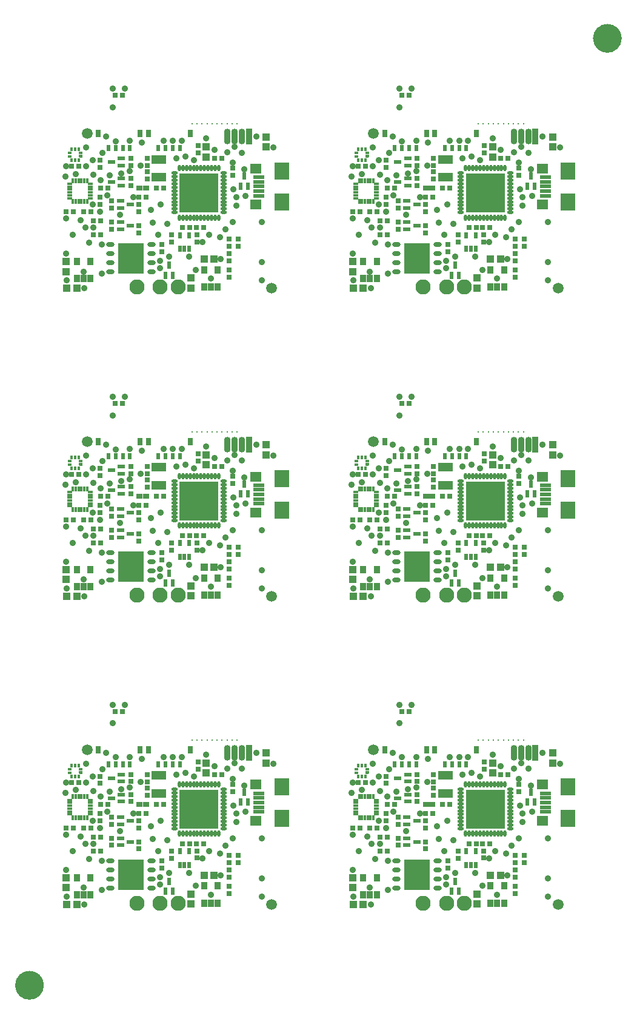
<source format=gts>
G04 Layer_Color=8388736*
%FSLAX25Y25*%
%MOIN*%
G70*
G01*
G75*
%ADD71C,0.07874*%
G04:AMPARAMS|DCode=72|XSize=5.55mil|YSize=5.63mil|CornerRadius=0mil|HoleSize=0mil|Usage=FLASHONLY|Rotation=315.000|XOffset=0mil|YOffset=0mil|HoleType=Round|Shape=Rectangle|*
%AMROTATEDRECTD72*
4,1,4,-0.00395,-0.00003,0.00003,0.00395,0.00395,0.00003,-0.00003,-0.00395,-0.00395,-0.00003,0.0*
%
%ADD72ROTATEDRECTD72*%

%ADD73C,0.08674*%
%ADD74O,0.03556X0.01784*%
%ADD75O,0.01784X0.03556*%
%ADD76R,0.21666X0.21666*%
%ADD77R,0.03162X0.03162*%
%ADD78R,0.03950X0.02375*%
%ADD79R,0.01981X0.03359*%
%ADD80R,0.02965X0.03950*%
%ADD81R,0.03162X0.03162*%
%ADD82R,0.03950X0.04343*%
%ADD83R,0.03359X0.04343*%
%ADD84R,0.04343X0.03950*%
%ADD85R,0.08280X0.09265*%
%ADD86R,0.05918X0.05524*%
%ADD87R,0.06115X0.02375*%
%ADD88C,0.05906*%
%ADD89O,0.01587X0.02769*%
%ADD90R,0.01587X0.02769*%
%ADD91O,0.02769X0.01587*%
%ADD92R,0.02769X0.01587*%
%ADD93R,0.01772X0.01870*%
%ADD94R,0.01870X0.01772*%
%ADD95R,0.01870X0.01378*%
%ADD96R,0.01476X0.01575*%
%ADD97R,0.02769X0.03064*%
%ADD98R,0.03064X0.02769*%
%ADD99R,0.08280X0.05131*%
%ADD100R,0.14186X0.16548*%
%ADD101O,0.04540X0.02572*%
%ADD102R,0.02375X0.03359*%
%ADD103R,0.02375X0.03950*%
%ADD104R,0.03556X0.03162*%
%ADD105O,0.03556X0.08674*%
%ADD106R,0.03556X0.08674*%
%ADD107C,0.00800*%
%ADD108C,0.08280*%
%ADD109C,0.03556*%
%ADD110C,0.03398*%
D71*
X23622Y19685D02*
G03*
X23622Y19685I-3937J0D01*
G01*
X341437Y540000D02*
G03*
X341437Y540000I-3937J0D01*
G01*
D72*
X47392Y136065D02*
D03*
X204872D02*
D03*
X47392Y305356D02*
D03*
X204872D02*
D03*
X47392Y474648D02*
D03*
X204872D02*
D03*
D73*
X19685Y19685D02*
D03*
X337500Y540000D02*
D03*
D74*
X99350Y127382D02*
D03*
Y125413D02*
D03*
Y123445D02*
D03*
Y121476D02*
D03*
Y119508D02*
D03*
Y117539D02*
D03*
Y115571D02*
D03*
Y113602D02*
D03*
Y111634D02*
D03*
Y109665D02*
D03*
Y107697D02*
D03*
Y105728D02*
D03*
X126516D02*
D03*
Y107697D02*
D03*
Y109665D02*
D03*
Y111634D02*
D03*
Y113602D02*
D03*
Y115571D02*
D03*
Y117539D02*
D03*
Y119508D02*
D03*
Y121476D02*
D03*
Y123445D02*
D03*
Y125413D02*
D03*
Y127382D02*
D03*
X256831D02*
D03*
Y125413D02*
D03*
Y123445D02*
D03*
Y121476D02*
D03*
Y119508D02*
D03*
Y117539D02*
D03*
Y115571D02*
D03*
Y113602D02*
D03*
Y111634D02*
D03*
Y109665D02*
D03*
Y107697D02*
D03*
Y105728D02*
D03*
X283996D02*
D03*
Y107697D02*
D03*
Y109665D02*
D03*
Y111634D02*
D03*
Y113602D02*
D03*
Y115571D02*
D03*
Y117539D02*
D03*
Y119508D02*
D03*
Y121476D02*
D03*
Y123445D02*
D03*
Y125413D02*
D03*
Y127382D02*
D03*
X99350Y296673D02*
D03*
Y294705D02*
D03*
Y292736D02*
D03*
Y290768D02*
D03*
Y288799D02*
D03*
Y286831D02*
D03*
Y284862D02*
D03*
Y282894D02*
D03*
Y280925D02*
D03*
Y278957D02*
D03*
Y276988D02*
D03*
Y275020D02*
D03*
X126516D02*
D03*
Y276988D02*
D03*
Y278957D02*
D03*
Y280925D02*
D03*
Y282894D02*
D03*
Y284862D02*
D03*
Y286831D02*
D03*
Y288799D02*
D03*
Y290768D02*
D03*
Y292736D02*
D03*
Y294705D02*
D03*
Y296673D02*
D03*
X256831D02*
D03*
Y294705D02*
D03*
Y292736D02*
D03*
Y290768D02*
D03*
Y288799D02*
D03*
Y286831D02*
D03*
Y284862D02*
D03*
Y282894D02*
D03*
Y280925D02*
D03*
Y278957D02*
D03*
Y276988D02*
D03*
Y275020D02*
D03*
X283996D02*
D03*
Y276988D02*
D03*
Y278957D02*
D03*
Y280925D02*
D03*
Y282894D02*
D03*
Y284862D02*
D03*
Y286831D02*
D03*
Y288799D02*
D03*
Y290768D02*
D03*
Y292736D02*
D03*
Y294705D02*
D03*
Y296673D02*
D03*
X99350Y465965D02*
D03*
Y463996D02*
D03*
Y462028D02*
D03*
Y460059D02*
D03*
Y458091D02*
D03*
Y456122D02*
D03*
Y454153D02*
D03*
Y452185D02*
D03*
Y450216D02*
D03*
Y448248D02*
D03*
Y446279D02*
D03*
Y444311D02*
D03*
X126516D02*
D03*
Y446279D02*
D03*
Y448248D02*
D03*
Y450216D02*
D03*
Y452185D02*
D03*
Y454153D02*
D03*
Y456122D02*
D03*
Y458091D02*
D03*
Y460059D02*
D03*
Y462028D02*
D03*
Y463996D02*
D03*
Y465965D02*
D03*
X256831D02*
D03*
Y463996D02*
D03*
Y462028D02*
D03*
Y460059D02*
D03*
Y458091D02*
D03*
Y456122D02*
D03*
Y454153D02*
D03*
Y452185D02*
D03*
Y450216D02*
D03*
Y448248D02*
D03*
Y446279D02*
D03*
Y444311D02*
D03*
X283996D02*
D03*
Y446279D02*
D03*
Y448248D02*
D03*
Y450216D02*
D03*
Y452185D02*
D03*
Y454153D02*
D03*
Y456122D02*
D03*
Y458091D02*
D03*
Y460059D02*
D03*
Y462028D02*
D03*
Y463996D02*
D03*
Y465965D02*
D03*
D75*
X102106Y102972D02*
D03*
X104075D02*
D03*
X106043D02*
D03*
X108012D02*
D03*
X109980D02*
D03*
X111949D02*
D03*
X113917D02*
D03*
X115886D02*
D03*
X117854D02*
D03*
X119823D02*
D03*
X121791D02*
D03*
X123760D02*
D03*
Y130138D02*
D03*
X121791D02*
D03*
X119823D02*
D03*
X117854D02*
D03*
X115886D02*
D03*
X113917D02*
D03*
X111949D02*
D03*
X109980D02*
D03*
X108012D02*
D03*
X106043D02*
D03*
X104075D02*
D03*
X102106D02*
D03*
X259587Y102972D02*
D03*
X261555D02*
D03*
X263524D02*
D03*
X265492D02*
D03*
X267461D02*
D03*
X269429D02*
D03*
X271398D02*
D03*
X273366D02*
D03*
X275335D02*
D03*
X277303D02*
D03*
X279272D02*
D03*
X281240D02*
D03*
Y130138D02*
D03*
X279272D02*
D03*
X277303D02*
D03*
X275335D02*
D03*
X273366D02*
D03*
X271398D02*
D03*
X269429D02*
D03*
X267461D02*
D03*
X265492D02*
D03*
X263524D02*
D03*
X261555D02*
D03*
X259587D02*
D03*
X102106Y272264D02*
D03*
X104075D02*
D03*
X106043D02*
D03*
X108012D02*
D03*
X109980D02*
D03*
X111949D02*
D03*
X113917D02*
D03*
X115886D02*
D03*
X117854D02*
D03*
X119823D02*
D03*
X121791D02*
D03*
X123760D02*
D03*
Y299429D02*
D03*
X121791D02*
D03*
X119823D02*
D03*
X117854D02*
D03*
X115886D02*
D03*
X113917D02*
D03*
X111949D02*
D03*
X109980D02*
D03*
X108012D02*
D03*
X106043D02*
D03*
X104075D02*
D03*
X102106D02*
D03*
X259587Y272264D02*
D03*
X261555D02*
D03*
X263524D02*
D03*
X265492D02*
D03*
X267461D02*
D03*
X269429D02*
D03*
X271398D02*
D03*
X273366D02*
D03*
X275335D02*
D03*
X277303D02*
D03*
X279272D02*
D03*
X281240D02*
D03*
Y299429D02*
D03*
X279272D02*
D03*
X277303D02*
D03*
X275335D02*
D03*
X273366D02*
D03*
X271398D02*
D03*
X269429D02*
D03*
X267461D02*
D03*
X265492D02*
D03*
X263524D02*
D03*
X261555D02*
D03*
X259587D02*
D03*
X102106Y441555D02*
D03*
X104075D02*
D03*
X106043D02*
D03*
X108012D02*
D03*
X109980D02*
D03*
X111949D02*
D03*
X113917D02*
D03*
X115886D02*
D03*
X117854D02*
D03*
X119823D02*
D03*
X121791D02*
D03*
X123760D02*
D03*
Y468720D02*
D03*
X121791D02*
D03*
X119823D02*
D03*
X117854D02*
D03*
X115886D02*
D03*
X113917D02*
D03*
X111949D02*
D03*
X109980D02*
D03*
X108012D02*
D03*
X106043D02*
D03*
X104075D02*
D03*
X102106D02*
D03*
X259587Y441555D02*
D03*
X261555D02*
D03*
X263524D02*
D03*
X265492D02*
D03*
X267461D02*
D03*
X269429D02*
D03*
X271398D02*
D03*
X273366D02*
D03*
X275335D02*
D03*
X277303D02*
D03*
X279272D02*
D03*
X281240D02*
D03*
Y468720D02*
D03*
X279272D02*
D03*
X277303D02*
D03*
X275335D02*
D03*
X273366D02*
D03*
X271398D02*
D03*
X269429D02*
D03*
X267461D02*
D03*
X265492D02*
D03*
X263524D02*
D03*
X261555D02*
D03*
X259587D02*
D03*
D76*
X112933Y116555D02*
D03*
X270413D02*
D03*
X112933Y285846D02*
D03*
X270413D02*
D03*
X112933Y455138D02*
D03*
X270413D02*
D03*
D77*
X79933Y110024D02*
D03*
Y106087D02*
D03*
Y94587D02*
D03*
Y98524D02*
D03*
X64933Y112024D02*
D03*
Y108087D02*
D03*
Y100524D02*
D03*
Y96587D02*
D03*
X129433Y87087D02*
D03*
Y91024D02*
D03*
X75433Y120587D02*
D03*
Y124524D02*
D03*
Y131587D02*
D03*
Y135524D02*
D03*
X58433Y130587D02*
D03*
Y134524D02*
D03*
X111933Y93524D02*
D03*
Y89587D02*
D03*
X129433Y70087D02*
D03*
Y74024D02*
D03*
Y83024D02*
D03*
Y79087D02*
D03*
X134433Y91024D02*
D03*
Y87087D02*
D03*
X237413Y110024D02*
D03*
Y106087D02*
D03*
Y94587D02*
D03*
Y98524D02*
D03*
X222413Y112024D02*
D03*
Y108087D02*
D03*
Y100524D02*
D03*
Y96587D02*
D03*
X286913Y87087D02*
D03*
Y91024D02*
D03*
X232913Y120587D02*
D03*
Y124524D02*
D03*
Y131587D02*
D03*
Y135524D02*
D03*
X215913Y130587D02*
D03*
Y134524D02*
D03*
X269413Y93524D02*
D03*
Y89587D02*
D03*
X286913Y70087D02*
D03*
Y74024D02*
D03*
Y83024D02*
D03*
Y79087D02*
D03*
X291913Y91024D02*
D03*
Y87087D02*
D03*
X79933Y279315D02*
D03*
Y275378D02*
D03*
Y263878D02*
D03*
Y267815D02*
D03*
X64933Y281315D02*
D03*
Y277378D02*
D03*
Y269815D02*
D03*
Y265878D02*
D03*
X129433Y256378D02*
D03*
Y260315D02*
D03*
X75433Y289878D02*
D03*
Y293815D02*
D03*
Y300878D02*
D03*
Y304815D02*
D03*
X58433Y299878D02*
D03*
Y303815D02*
D03*
X111933Y262815D02*
D03*
Y258878D02*
D03*
X129433Y239378D02*
D03*
Y243315D02*
D03*
Y252315D02*
D03*
Y248378D02*
D03*
X134433Y260315D02*
D03*
Y256378D02*
D03*
X237413Y279315D02*
D03*
Y275378D02*
D03*
Y263878D02*
D03*
Y267815D02*
D03*
X222413Y281315D02*
D03*
Y277378D02*
D03*
Y269815D02*
D03*
Y265878D02*
D03*
X286913Y256378D02*
D03*
Y260315D02*
D03*
X232913Y289878D02*
D03*
Y293815D02*
D03*
Y300878D02*
D03*
Y304815D02*
D03*
X215913Y299878D02*
D03*
Y303815D02*
D03*
X269413Y262815D02*
D03*
Y258878D02*
D03*
X286913Y239378D02*
D03*
Y243315D02*
D03*
Y252315D02*
D03*
Y248378D02*
D03*
X291913Y260315D02*
D03*
Y256378D02*
D03*
X79933Y448606D02*
D03*
Y444669D02*
D03*
Y433169D02*
D03*
Y437106D02*
D03*
X64933Y450606D02*
D03*
Y446669D02*
D03*
Y439106D02*
D03*
Y435169D02*
D03*
X129433Y425669D02*
D03*
Y429606D02*
D03*
X75433Y459169D02*
D03*
Y463106D02*
D03*
Y470169D02*
D03*
Y474106D02*
D03*
X58433Y469169D02*
D03*
Y473106D02*
D03*
X111933Y432106D02*
D03*
Y428169D02*
D03*
X129433Y408669D02*
D03*
Y412606D02*
D03*
Y421606D02*
D03*
Y417669D02*
D03*
X134433Y429606D02*
D03*
Y425669D02*
D03*
X237413Y448606D02*
D03*
Y444669D02*
D03*
Y433169D02*
D03*
Y437106D02*
D03*
X222413Y450606D02*
D03*
Y446669D02*
D03*
Y439106D02*
D03*
Y435169D02*
D03*
X286913Y425669D02*
D03*
Y429606D02*
D03*
X232913Y459169D02*
D03*
Y463106D02*
D03*
Y470169D02*
D03*
Y474106D02*
D03*
X215913Y469169D02*
D03*
Y473106D02*
D03*
X269413Y432106D02*
D03*
Y428169D02*
D03*
X286913Y408669D02*
D03*
Y412606D02*
D03*
Y421606D02*
D03*
Y417669D02*
D03*
X291913Y429606D02*
D03*
Y425669D02*
D03*
D78*
X69677Y112024D02*
D03*
Y108087D02*
D03*
X75189Y110055D02*
D03*
X69677Y100524D02*
D03*
Y96587D02*
D03*
X75189Y98555D02*
D03*
X70189Y120587D02*
D03*
Y124524D02*
D03*
X64677Y122555D02*
D03*
X70189Y131587D02*
D03*
Y135524D02*
D03*
X64677Y133555D02*
D03*
X227157Y112024D02*
D03*
Y108087D02*
D03*
X232669Y110055D02*
D03*
X227157Y100524D02*
D03*
Y96587D02*
D03*
X232669Y98555D02*
D03*
X227669Y120587D02*
D03*
Y124524D02*
D03*
X222158Y122555D02*
D03*
X227669Y131587D02*
D03*
Y135524D02*
D03*
X222158Y133555D02*
D03*
X69677Y281315D02*
D03*
Y277378D02*
D03*
X75189Y279346D02*
D03*
X69677Y269815D02*
D03*
Y265878D02*
D03*
X75189Y267846D02*
D03*
X70189Y289878D02*
D03*
Y293815D02*
D03*
X64677Y291846D02*
D03*
X70189Y300878D02*
D03*
Y304815D02*
D03*
X64677Y302847D02*
D03*
X227157Y281315D02*
D03*
Y277378D02*
D03*
X232669Y279346D02*
D03*
X227157Y269815D02*
D03*
Y265878D02*
D03*
X232669Y267846D02*
D03*
X227669Y289878D02*
D03*
Y293815D02*
D03*
X222158Y291846D02*
D03*
X227669Y300878D02*
D03*
Y304815D02*
D03*
X222158Y302847D02*
D03*
X69677Y450606D02*
D03*
Y446669D02*
D03*
X75189Y448638D02*
D03*
X69677Y439106D02*
D03*
Y435169D02*
D03*
X75189Y437138D02*
D03*
X70189Y459169D02*
D03*
Y463106D02*
D03*
X64677Y461138D02*
D03*
X70189Y470169D02*
D03*
Y474106D02*
D03*
X64677Y472138D02*
D03*
X227157Y450606D02*
D03*
Y446669D02*
D03*
X232669Y448638D02*
D03*
X227157Y439106D02*
D03*
Y435169D02*
D03*
X232669Y437138D02*
D03*
X227669Y459169D02*
D03*
Y463106D02*
D03*
X222158Y461138D02*
D03*
X227669Y470169D02*
D03*
Y474106D02*
D03*
X222158Y472138D02*
D03*
D79*
X90622Y141055D02*
D03*
X94559D02*
D03*
X98496D02*
D03*
X102433D02*
D03*
X63122D02*
D03*
X67059D02*
D03*
X70996D02*
D03*
X74933D02*
D03*
X248102D02*
D03*
X252039D02*
D03*
X255976D02*
D03*
X259913D02*
D03*
X220602D02*
D03*
X224539D02*
D03*
X228476D02*
D03*
X232413D02*
D03*
X90622Y310347D02*
D03*
X94559D02*
D03*
X98496D02*
D03*
X102433D02*
D03*
X63122D02*
D03*
X67059D02*
D03*
X70996D02*
D03*
X74933D02*
D03*
X248102D02*
D03*
X252039D02*
D03*
X255976D02*
D03*
X259913D02*
D03*
X220602D02*
D03*
X224539D02*
D03*
X228476D02*
D03*
X232413D02*
D03*
X90622Y479638D02*
D03*
X94559D02*
D03*
X98496D02*
D03*
X102433D02*
D03*
X63122D02*
D03*
X67059D02*
D03*
X70996D02*
D03*
X74933D02*
D03*
X248102D02*
D03*
X252039D02*
D03*
X255976D02*
D03*
X259913D02*
D03*
X220602D02*
D03*
X224539D02*
D03*
X228476D02*
D03*
X232413D02*
D03*
D80*
X108043Y149224D02*
D03*
X85012D02*
D03*
X80543D02*
D03*
X57512D02*
D03*
X265524D02*
D03*
X242492D02*
D03*
X238024D02*
D03*
X214992D02*
D03*
X108043Y318516D02*
D03*
X85012D02*
D03*
X80543D02*
D03*
X57512D02*
D03*
X265524D02*
D03*
X242492D02*
D03*
X238024D02*
D03*
X214992D02*
D03*
X108043Y487807D02*
D03*
X85012D02*
D03*
X80543D02*
D03*
X57512D02*
D03*
X265524D02*
D03*
X242492D02*
D03*
X238024D02*
D03*
X214992D02*
D03*
D81*
X79965Y114055D02*
D03*
X83902D02*
D03*
X58965Y119055D02*
D03*
X62902D02*
D03*
X125402Y135555D02*
D03*
X121465D02*
D03*
X103965Y97555D02*
D03*
X107902D02*
D03*
X54965Y93555D02*
D03*
X58902D02*
D03*
X54965Y101055D02*
D03*
X58902D02*
D03*
X237445Y114055D02*
D03*
X241382D02*
D03*
X216445Y119055D02*
D03*
X220382D02*
D03*
X282882Y135555D02*
D03*
X278945D02*
D03*
X261445Y97555D02*
D03*
X265382D02*
D03*
X212445Y93555D02*
D03*
X216382D02*
D03*
X212445Y101055D02*
D03*
X216382D02*
D03*
X79965Y283347D02*
D03*
X83902D02*
D03*
X58965Y288347D02*
D03*
X62902D02*
D03*
X125402Y304847D02*
D03*
X121465D02*
D03*
X103965Y266846D02*
D03*
X107902D02*
D03*
X54965Y262846D02*
D03*
X58902D02*
D03*
X54965Y270346D02*
D03*
X58902D02*
D03*
X237445Y283347D02*
D03*
X241382D02*
D03*
X216445Y288347D02*
D03*
X220382D02*
D03*
X282882Y304847D02*
D03*
X278945D02*
D03*
X261445Y266846D02*
D03*
X265382D02*
D03*
X212445Y262846D02*
D03*
X216382D02*
D03*
X212445Y270346D02*
D03*
X216382D02*
D03*
X79965Y452638D02*
D03*
X83902D02*
D03*
X58965Y457638D02*
D03*
X62902D02*
D03*
X125402Y474138D02*
D03*
X121465D02*
D03*
X103965Y436138D02*
D03*
X107902D02*
D03*
X54965Y432138D02*
D03*
X58902D02*
D03*
X54965Y439638D02*
D03*
X58902D02*
D03*
X237445Y452638D02*
D03*
X241382D02*
D03*
X216445Y457638D02*
D03*
X220382D02*
D03*
X282882Y474138D02*
D03*
X278945D02*
D03*
X261445Y436138D02*
D03*
X265382D02*
D03*
X212445Y432138D02*
D03*
X216382D02*
D03*
X212445Y439638D02*
D03*
X216382D02*
D03*
D82*
X40177Y64055D02*
D03*
X45689D02*
D03*
X115677Y80055D02*
D03*
X121189D02*
D03*
X197658Y64055D02*
D03*
X203169D02*
D03*
X273158Y80055D02*
D03*
X278669D02*
D03*
X40177Y233347D02*
D03*
X45689D02*
D03*
X115677Y249346D02*
D03*
X121189D02*
D03*
X197658Y233347D02*
D03*
X203169D02*
D03*
X273158Y249346D02*
D03*
X278669D02*
D03*
X40177Y402638D02*
D03*
X45689D02*
D03*
X115677Y418638D02*
D03*
X121189D02*
D03*
X197658Y402638D02*
D03*
X203169D02*
D03*
X273158Y418638D02*
D03*
X278669D02*
D03*
D83*
X45693Y69331D02*
D03*
X49433D02*
D03*
X53173D02*
D03*
Y78780D02*
D03*
X45693D02*
D03*
X115693Y74279D02*
D03*
X123173D02*
D03*
Y64831D02*
D03*
X119433D02*
D03*
X115693D02*
D03*
X203173Y69331D02*
D03*
X206913D02*
D03*
X210653D02*
D03*
Y78780D02*
D03*
X203173D02*
D03*
X273173Y74279D02*
D03*
X280654D02*
D03*
Y64831D02*
D03*
X276913D02*
D03*
X273173D02*
D03*
X45693Y238622D02*
D03*
X49433D02*
D03*
X53173D02*
D03*
Y248071D02*
D03*
X45693D02*
D03*
X115693Y243571D02*
D03*
X123173D02*
D03*
Y234122D02*
D03*
X119433D02*
D03*
X115693D02*
D03*
X203173Y238622D02*
D03*
X206913D02*
D03*
X210653D02*
D03*
Y248071D02*
D03*
X203173D02*
D03*
X273173Y243571D02*
D03*
X280654D02*
D03*
Y234122D02*
D03*
X276913D02*
D03*
X273173D02*
D03*
X45693Y407913D02*
D03*
X49433D02*
D03*
X53173D02*
D03*
Y417362D02*
D03*
X45693D02*
D03*
X115693Y412862D02*
D03*
X123173D02*
D03*
Y403413D02*
D03*
X119433D02*
D03*
X115693D02*
D03*
X203173Y407913D02*
D03*
X206913D02*
D03*
X210653D02*
D03*
Y417362D02*
D03*
X203173D02*
D03*
X273173Y412862D02*
D03*
X280654D02*
D03*
Y403413D02*
D03*
X276913D02*
D03*
X273173D02*
D03*
D84*
X39933Y73299D02*
D03*
Y78811D02*
D03*
X116933Y136299D02*
D03*
Y141811D02*
D03*
X149933Y147311D02*
D03*
Y141799D02*
D03*
X108433Y64299D02*
D03*
Y69811D02*
D03*
X197413Y73299D02*
D03*
Y78811D02*
D03*
X274413Y136299D02*
D03*
Y141811D02*
D03*
X307413Y147311D02*
D03*
Y141799D02*
D03*
X265913Y64299D02*
D03*
Y69811D02*
D03*
X39933Y242590D02*
D03*
Y248102D02*
D03*
X116933Y305591D02*
D03*
Y311102D02*
D03*
X149933Y316602D02*
D03*
Y311090D02*
D03*
X108433Y233591D02*
D03*
Y239102D02*
D03*
X197413Y242590D02*
D03*
Y248102D02*
D03*
X274413Y305591D02*
D03*
Y311102D02*
D03*
X307413Y316602D02*
D03*
Y311090D02*
D03*
X265913Y233591D02*
D03*
Y239102D02*
D03*
X39933Y411882D02*
D03*
Y417394D02*
D03*
X116933Y474882D02*
D03*
Y480394D02*
D03*
X149933Y485894D02*
D03*
Y480382D02*
D03*
X108433Y402882D02*
D03*
Y408394D02*
D03*
X197413Y411882D02*
D03*
Y417394D02*
D03*
X274413Y474882D02*
D03*
Y480394D02*
D03*
X307413Y485894D02*
D03*
Y480382D02*
D03*
X265913Y402882D02*
D03*
Y408394D02*
D03*
D85*
X158465Y128642D02*
D03*
Y111516D02*
D03*
X315945Y128642D02*
D03*
Y111516D02*
D03*
X158465Y297933D02*
D03*
Y280807D02*
D03*
X315945Y297933D02*
D03*
Y280807D02*
D03*
X158465Y467224D02*
D03*
Y450098D02*
D03*
X315945Y467224D02*
D03*
Y450098D02*
D03*
D86*
X144291Y129921D02*
D03*
Y110236D02*
D03*
X301772Y129921D02*
D03*
Y110236D02*
D03*
X144291Y299213D02*
D03*
Y279528D02*
D03*
X301772Y299213D02*
D03*
Y279528D02*
D03*
X144291Y468504D02*
D03*
Y448819D02*
D03*
X301772Y468504D02*
D03*
Y448819D02*
D03*
D87*
X145965Y114961D02*
D03*
Y125197D02*
D03*
Y122638D02*
D03*
Y120079D02*
D03*
Y117520D02*
D03*
X303445Y114961D02*
D03*
Y125197D02*
D03*
Y122638D02*
D03*
Y120079D02*
D03*
Y117520D02*
D03*
X145965Y284252D02*
D03*
Y294488D02*
D03*
Y291929D02*
D03*
Y289370D02*
D03*
Y286811D02*
D03*
X303445Y284252D02*
D03*
Y294488D02*
D03*
Y291929D02*
D03*
Y289370D02*
D03*
Y286811D02*
D03*
X145965Y453543D02*
D03*
Y463779D02*
D03*
Y461221D02*
D03*
Y458661D02*
D03*
Y456102D02*
D03*
X303445Y453543D02*
D03*
Y463779D02*
D03*
Y461221D02*
D03*
Y458661D02*
D03*
Y456102D02*
D03*
D88*
X51433Y149055D02*
D03*
X152933Y64055D02*
D03*
X208913Y149055D02*
D03*
X310413Y64055D02*
D03*
X51433Y318347D02*
D03*
X152933Y233347D02*
D03*
X208913Y318347D02*
D03*
X310413Y233347D02*
D03*
X51433Y487638D02*
D03*
X152933Y402638D02*
D03*
X208913Y487638D02*
D03*
X310413Y402638D02*
D03*
D89*
X43496Y123264D02*
D03*
X51370D02*
D03*
Y111846D02*
D03*
X43496D02*
D03*
X200976Y123264D02*
D03*
X208850D02*
D03*
Y111846D02*
D03*
X200976D02*
D03*
X43496Y292555D02*
D03*
X51370D02*
D03*
Y281138D02*
D03*
X43496D02*
D03*
X200976Y292555D02*
D03*
X208850D02*
D03*
Y281138D02*
D03*
X200976D02*
D03*
X43496Y461846D02*
D03*
X51370D02*
D03*
Y450429D02*
D03*
X43496D02*
D03*
X200976Y461846D02*
D03*
X208850D02*
D03*
Y450429D02*
D03*
X200976D02*
D03*
D90*
X45071Y123264D02*
D03*
X46646D02*
D03*
X48221D02*
D03*
X49795D02*
D03*
Y111846D02*
D03*
X48221D02*
D03*
X46646D02*
D03*
X45071D02*
D03*
X202551Y123264D02*
D03*
X204126D02*
D03*
X205701D02*
D03*
X207276D02*
D03*
Y111846D02*
D03*
X205701D02*
D03*
X204126D02*
D03*
X202551D02*
D03*
X45071Y292555D02*
D03*
X46646D02*
D03*
X48221D02*
D03*
X49795D02*
D03*
Y281138D02*
D03*
X48221D02*
D03*
X46646D02*
D03*
X45071D02*
D03*
X202551Y292555D02*
D03*
X204126D02*
D03*
X205701D02*
D03*
X207276D02*
D03*
Y281138D02*
D03*
X205701D02*
D03*
X204126D02*
D03*
X202551D02*
D03*
X45071Y461846D02*
D03*
X46646D02*
D03*
X48221D02*
D03*
X49795D02*
D03*
Y450429D02*
D03*
X48221D02*
D03*
X46646D02*
D03*
X45071D02*
D03*
X202551Y461846D02*
D03*
X204126D02*
D03*
X205701D02*
D03*
X207276D02*
D03*
Y450429D02*
D03*
X205701D02*
D03*
X204126D02*
D03*
X202551D02*
D03*
D91*
X53142Y121492D02*
D03*
Y113618D02*
D03*
X41724D02*
D03*
Y121492D02*
D03*
X210622D02*
D03*
Y113618D02*
D03*
X199205D02*
D03*
Y121492D02*
D03*
X53142Y290784D02*
D03*
Y282909D02*
D03*
X41724D02*
D03*
Y290784D02*
D03*
X210622D02*
D03*
Y282909D02*
D03*
X199205D02*
D03*
Y290784D02*
D03*
X53142Y460075D02*
D03*
Y452201D02*
D03*
X41724D02*
D03*
Y460075D02*
D03*
X210622D02*
D03*
Y452201D02*
D03*
X199205D02*
D03*
Y460075D02*
D03*
D92*
X53142Y119917D02*
D03*
Y118342D02*
D03*
Y116768D02*
D03*
Y115193D02*
D03*
X41724D02*
D03*
Y116768D02*
D03*
Y118342D02*
D03*
Y119917D02*
D03*
X210622D02*
D03*
Y118342D02*
D03*
Y116768D02*
D03*
Y115193D02*
D03*
X199205D02*
D03*
Y116768D02*
D03*
Y118342D02*
D03*
Y119917D02*
D03*
X53142Y289209D02*
D03*
Y287634D02*
D03*
Y286059D02*
D03*
Y284484D02*
D03*
X41724D02*
D03*
Y286059D02*
D03*
Y287634D02*
D03*
Y289209D02*
D03*
X210622D02*
D03*
Y287634D02*
D03*
Y286059D02*
D03*
Y284484D02*
D03*
X199205D02*
D03*
Y286059D02*
D03*
Y287634D02*
D03*
Y289209D02*
D03*
X53142Y458500D02*
D03*
Y456925D02*
D03*
Y455350D02*
D03*
Y453776D02*
D03*
X41724D02*
D03*
Y455350D02*
D03*
Y456925D02*
D03*
Y458500D02*
D03*
X210622D02*
D03*
Y456925D02*
D03*
Y455350D02*
D03*
Y453776D02*
D03*
X199205D02*
D03*
Y455350D02*
D03*
Y456925D02*
D03*
Y458500D02*
D03*
D93*
X46900Y134537D02*
D03*
X44931D02*
D03*
X42963D02*
D03*
Y140541D02*
D03*
X44931D02*
D03*
X46900D02*
D03*
X204380Y134537D02*
D03*
X202411D02*
D03*
X200443D02*
D03*
Y140541D02*
D03*
X202411D02*
D03*
X204380D02*
D03*
X46900Y303829D02*
D03*
X44931D02*
D03*
X42963D02*
D03*
Y309833D02*
D03*
X44931D02*
D03*
X46900D02*
D03*
X204380Y303829D02*
D03*
X202411D02*
D03*
X200443D02*
D03*
Y309833D02*
D03*
X202411D02*
D03*
X204380D02*
D03*
X46900Y473120D02*
D03*
X44931D02*
D03*
X42963D02*
D03*
Y479124D02*
D03*
X44931D02*
D03*
X46900D02*
D03*
X204380Y473120D02*
D03*
X202411D02*
D03*
X200443D02*
D03*
Y479124D02*
D03*
X202411D02*
D03*
X204380D02*
D03*
D94*
X41929Y136555D02*
D03*
Y138524D02*
D03*
X47933D02*
D03*
X199409Y136555D02*
D03*
Y138524D02*
D03*
X205413D02*
D03*
X41929Y305847D02*
D03*
Y307815D02*
D03*
X47933D02*
D03*
X199409Y305847D02*
D03*
Y307815D02*
D03*
X205413D02*
D03*
X41929Y475138D02*
D03*
Y477106D02*
D03*
X47933D02*
D03*
X199409Y475138D02*
D03*
Y477106D02*
D03*
X205413D02*
D03*
D95*
X47935Y136752D02*
D03*
X205415D02*
D03*
X47935Y306043D02*
D03*
X205415D02*
D03*
X47935Y475335D02*
D03*
X205415D02*
D03*
D96*
X48132Y136457D02*
D03*
X205612D02*
D03*
X48132Y305748D02*
D03*
X205612D02*
D03*
X48132Y475039D02*
D03*
X205612D02*
D03*
D97*
X131433Y126037D02*
D03*
Y130073D02*
D03*
X112433Y142573D02*
D03*
Y138537D02*
D03*
X58433Y110037D02*
D03*
Y114073D02*
D03*
X84433Y124037D02*
D03*
Y128073D02*
D03*
X84433Y135573D02*
D03*
Y131537D02*
D03*
X92433Y88073D02*
D03*
Y84037D02*
D03*
X97933Y93573D02*
D03*
Y89537D02*
D03*
X288913Y126037D02*
D03*
Y130073D02*
D03*
X269913Y142573D02*
D03*
Y138537D02*
D03*
X215913Y110037D02*
D03*
Y114073D02*
D03*
X241913Y124037D02*
D03*
Y128073D02*
D03*
X241913Y135573D02*
D03*
Y131537D02*
D03*
X249913Y88073D02*
D03*
Y84037D02*
D03*
X255413Y93573D02*
D03*
Y89537D02*
D03*
X131433Y295329D02*
D03*
Y299364D02*
D03*
X112433Y311864D02*
D03*
Y307829D02*
D03*
X58433Y279329D02*
D03*
Y283364D02*
D03*
X84433Y293329D02*
D03*
Y297364D02*
D03*
X84433Y304864D02*
D03*
Y300829D02*
D03*
X92433Y257364D02*
D03*
Y253329D02*
D03*
X97933Y262864D02*
D03*
Y258829D02*
D03*
X288913Y295329D02*
D03*
Y299364D02*
D03*
X269913Y311864D02*
D03*
Y307829D02*
D03*
X215913Y279329D02*
D03*
Y283364D02*
D03*
X241913Y293329D02*
D03*
Y297364D02*
D03*
X241913Y304864D02*
D03*
Y300829D02*
D03*
X249913Y257364D02*
D03*
Y253329D02*
D03*
X255413Y262864D02*
D03*
Y258829D02*
D03*
X131433Y464620D02*
D03*
Y468655D02*
D03*
X112433Y481155D02*
D03*
Y477120D02*
D03*
X58433Y448620D02*
D03*
Y452656D02*
D03*
X84433Y462620D02*
D03*
Y466655D02*
D03*
X84433Y474156D02*
D03*
Y470120D02*
D03*
X92433Y426655D02*
D03*
Y422620D02*
D03*
X97933Y432156D02*
D03*
Y428120D02*
D03*
X288913Y464620D02*
D03*
Y468655D02*
D03*
X269913Y481155D02*
D03*
Y477120D02*
D03*
X215913Y448620D02*
D03*
Y452656D02*
D03*
X241913Y462620D02*
D03*
Y466655D02*
D03*
X241913Y474156D02*
D03*
Y470120D02*
D03*
X249913Y426655D02*
D03*
Y422620D02*
D03*
X255413Y432156D02*
D03*
Y428120D02*
D03*
D98*
X115451Y97555D02*
D03*
X111415D02*
D03*
X93451Y119055D02*
D03*
X89415D02*
D03*
X39915Y106055D02*
D03*
X43951D02*
D03*
X46951Y131055D02*
D03*
X42915D02*
D03*
X53451Y106055D02*
D03*
X49415D02*
D03*
X70951Y170055D02*
D03*
X66915D02*
D03*
X272931Y97555D02*
D03*
X268896D02*
D03*
X250931Y119055D02*
D03*
X246896D02*
D03*
X197396Y106055D02*
D03*
X201431D02*
D03*
X204431Y131055D02*
D03*
X200396D02*
D03*
X210931Y106055D02*
D03*
X206896D02*
D03*
X228431Y170055D02*
D03*
X224396D02*
D03*
X115451Y266846D02*
D03*
X111415D02*
D03*
X93451Y288347D02*
D03*
X89415D02*
D03*
X39915Y275346D02*
D03*
X43951D02*
D03*
X46951Y300346D02*
D03*
X42915D02*
D03*
X53451Y275346D02*
D03*
X49415D02*
D03*
X70951Y339347D02*
D03*
X66915D02*
D03*
X272931Y266846D02*
D03*
X268896D02*
D03*
X250931Y288347D02*
D03*
X246896D02*
D03*
X197396Y275346D02*
D03*
X201431D02*
D03*
X204431Y300346D02*
D03*
X200396D02*
D03*
X210931Y275346D02*
D03*
X206896D02*
D03*
X228431Y339347D02*
D03*
X224396D02*
D03*
X115451Y436138D02*
D03*
X111415D02*
D03*
X93451Y457638D02*
D03*
X89415D02*
D03*
X39915Y444638D02*
D03*
X43951D02*
D03*
X46951Y469638D02*
D03*
X42915D02*
D03*
X53451Y444638D02*
D03*
X49415D02*
D03*
X70951Y508638D02*
D03*
X66915D02*
D03*
X272931Y436138D02*
D03*
X268896D02*
D03*
X250931Y457638D02*
D03*
X246896D02*
D03*
X197396Y444638D02*
D03*
X201431D02*
D03*
X204431Y469638D02*
D03*
X200396D02*
D03*
X210931Y444638D02*
D03*
X206896D02*
D03*
X228431Y508638D02*
D03*
X224396D02*
D03*
D99*
X90933Y125134D02*
D03*
Y134976D02*
D03*
X248413Y125134D02*
D03*
Y134976D02*
D03*
X90933Y294425D02*
D03*
Y304268D02*
D03*
X248413Y294425D02*
D03*
Y304268D02*
D03*
X90933Y463717D02*
D03*
Y473559D02*
D03*
X248413Y463717D02*
D03*
Y473559D02*
D03*
D100*
X75433Y80555D02*
D03*
X232913D02*
D03*
X75433Y249847D02*
D03*
X232913D02*
D03*
X75433Y419138D02*
D03*
X232913D02*
D03*
D101*
X86752Y88055D02*
D03*
Y83055D02*
D03*
Y78055D02*
D03*
Y73055D02*
D03*
X64114D02*
D03*
Y78055D02*
D03*
Y83055D02*
D03*
Y88055D02*
D03*
X244232D02*
D03*
Y83055D02*
D03*
Y78055D02*
D03*
Y73055D02*
D03*
X221595D02*
D03*
Y78055D02*
D03*
Y83055D02*
D03*
Y88055D02*
D03*
X86752Y257347D02*
D03*
Y252346D02*
D03*
Y247346D02*
D03*
Y242347D02*
D03*
X64114D02*
D03*
Y247346D02*
D03*
Y252346D02*
D03*
Y257347D02*
D03*
X244232D02*
D03*
Y252346D02*
D03*
Y247346D02*
D03*
Y242347D02*
D03*
X221595D02*
D03*
Y247346D02*
D03*
Y252346D02*
D03*
Y257347D02*
D03*
X86752Y426638D02*
D03*
Y421638D02*
D03*
Y416638D02*
D03*
Y411638D02*
D03*
X64114D02*
D03*
Y416638D02*
D03*
Y421638D02*
D03*
Y426638D02*
D03*
X244232D02*
D03*
Y421638D02*
D03*
Y416638D02*
D03*
Y411638D02*
D03*
X221595D02*
D03*
Y416638D02*
D03*
Y421638D02*
D03*
Y426638D02*
D03*
D102*
X102374Y93295D02*
D03*
X107492D02*
D03*
Y85815D02*
D03*
X104933D02*
D03*
X102374D02*
D03*
X259854Y93295D02*
D03*
X264972D02*
D03*
Y85815D02*
D03*
X262413D02*
D03*
X259854D02*
D03*
X102374Y262587D02*
D03*
X107492D02*
D03*
Y255106D02*
D03*
X104933D02*
D03*
X102374D02*
D03*
X259854Y262587D02*
D03*
X264972D02*
D03*
Y255106D02*
D03*
X262413D02*
D03*
X259854D02*
D03*
X102374Y431878D02*
D03*
X107492D02*
D03*
Y424398D02*
D03*
X104933D02*
D03*
X102374D02*
D03*
X259854Y431878D02*
D03*
X264972D02*
D03*
Y424398D02*
D03*
X262413D02*
D03*
X259854D02*
D03*
D103*
X96433Y76811D02*
D03*
X98402Y71299D02*
D03*
X94465D02*
D03*
X137933Y125811D02*
D03*
X139902Y120299D02*
D03*
X135965D02*
D03*
X253913Y76811D02*
D03*
X255882Y71299D02*
D03*
X251945D02*
D03*
X295413Y125811D02*
D03*
X297382Y120299D02*
D03*
X293445D02*
D03*
X96433Y246102D02*
D03*
X98402Y240591D02*
D03*
X94465D02*
D03*
X137933Y295102D02*
D03*
X139902Y289591D02*
D03*
X135965D02*
D03*
X253913Y246102D02*
D03*
X255882Y240591D02*
D03*
X251945D02*
D03*
X295413Y295102D02*
D03*
X297382Y289591D02*
D03*
X293445D02*
D03*
X96433Y415394D02*
D03*
X98402Y409882D02*
D03*
X94465D02*
D03*
X137933Y464394D02*
D03*
X139902Y458882D02*
D03*
X135965D02*
D03*
X253913Y415394D02*
D03*
X255882Y409882D02*
D03*
X251945D02*
D03*
X295413Y464394D02*
D03*
X297382Y458882D02*
D03*
X293445D02*
D03*
D104*
X83705Y119055D02*
D03*
X80161D02*
D03*
X241185D02*
D03*
X237642D02*
D03*
X83705Y288347D02*
D03*
X80161D02*
D03*
X241185D02*
D03*
X237642D02*
D03*
X83705Y457638D02*
D03*
X80161D02*
D03*
X241185D02*
D03*
X237642D02*
D03*
D105*
X128622Y147555D02*
D03*
X132559D02*
D03*
X136496D02*
D03*
X286102D02*
D03*
X290039D02*
D03*
X293976D02*
D03*
X128622Y316846D02*
D03*
X132559D02*
D03*
X136496D02*
D03*
X286102D02*
D03*
X290039D02*
D03*
X293976D02*
D03*
X128622Y486138D02*
D03*
X132559D02*
D03*
X136496D02*
D03*
X286102D02*
D03*
X290039D02*
D03*
X293976D02*
D03*
D106*
X140433Y147555D02*
D03*
X297913D02*
D03*
X140433Y316846D02*
D03*
X297913D02*
D03*
X140433Y486138D02*
D03*
X297913D02*
D03*
D107*
X109055Y154528D02*
D03*
X111811D02*
D03*
X114567D02*
D03*
X117323D02*
D03*
X120079D02*
D03*
X122835D02*
D03*
X125591D02*
D03*
X128347D02*
D03*
X131102D02*
D03*
X133858D02*
D03*
X266535D02*
D03*
X269291D02*
D03*
X272047D02*
D03*
X274803D02*
D03*
X277559D02*
D03*
X280315D02*
D03*
X283071D02*
D03*
X285827D02*
D03*
X288583D02*
D03*
X291339D02*
D03*
X109055Y323819D02*
D03*
X111811D02*
D03*
X114567D02*
D03*
X117323D02*
D03*
X120079D02*
D03*
X122835D02*
D03*
X125591D02*
D03*
X128347D02*
D03*
X131102D02*
D03*
X133858D02*
D03*
X266535D02*
D03*
X269291D02*
D03*
X272047D02*
D03*
X274803D02*
D03*
X277559D02*
D03*
X280315D02*
D03*
X283071D02*
D03*
X285827D02*
D03*
X288583D02*
D03*
X291339D02*
D03*
X109055Y493110D02*
D03*
X111811D02*
D03*
X114567D02*
D03*
X117323D02*
D03*
X120079D02*
D03*
X122835D02*
D03*
X125591D02*
D03*
X128347D02*
D03*
X131102D02*
D03*
X133858D02*
D03*
X266535D02*
D03*
X269291D02*
D03*
X272047D02*
D03*
X274803D02*
D03*
X277559D02*
D03*
X280315D02*
D03*
X283071D02*
D03*
X285827D02*
D03*
X288583D02*
D03*
X291339D02*
D03*
D108*
X91536Y64776D02*
D03*
X101378D02*
D03*
X78741D02*
D03*
X249016D02*
D03*
X258859D02*
D03*
X236221D02*
D03*
X91536Y234067D02*
D03*
X101378D02*
D03*
X78741D02*
D03*
X249016D02*
D03*
X258859D02*
D03*
X236221D02*
D03*
X91536Y403359D02*
D03*
X101378D02*
D03*
X78741D02*
D03*
X249016D02*
D03*
X258859D02*
D03*
X236221D02*
D03*
D109*
X95433Y99555D02*
D03*
X58933Y123555D02*
D03*
X153933Y141555D02*
D03*
X39915Y102573D02*
D03*
X39933Y131055D02*
D03*
X59433Y72055D02*
D03*
X40177Y68555D02*
D03*
X98496Y145118D02*
D03*
X87433Y100055D02*
D03*
X86433Y107055D02*
D03*
X43433Y93555D02*
D03*
X133433Y109555D02*
D03*
X81433Y144055D02*
D03*
X52433Y89055D02*
D03*
X50433Y97555D02*
D03*
X91933Y110055D02*
D03*
X80933Y131555D02*
D03*
X124933Y80055D02*
D03*
X118433Y93555D02*
D03*
X131433Y100555D02*
D03*
X54933Y126555D02*
D03*
X39433Y125555D02*
D03*
X45071Y126917D02*
D03*
X91433Y75055D02*
D03*
Y79055D02*
D03*
X103433Y145055D02*
D03*
X74933D02*
D03*
X50933Y131055D02*
D03*
X58433Y106055D02*
D03*
X59433Y88087D02*
D03*
X47933Y101555D02*
D03*
X54433Y110055D02*
D03*
X109980Y134508D02*
D03*
X131433Y133055D02*
D03*
X90433Y93555D02*
D03*
X111209Y74279D02*
D03*
X49933Y64055D02*
D03*
X105433Y136555D02*
D03*
X100433Y135555D02*
D03*
X116933Y146555D02*
D03*
X93433Y145055D02*
D03*
X67059Y144929D02*
D03*
X128622Y138744D02*
D03*
X136496Y138618D02*
D03*
X144433Y147555D02*
D03*
X132559Y141681D02*
D03*
X39933Y83055D02*
D03*
X49433Y73299D02*
D03*
X124433Y92055D02*
D03*
X127433Y96555D02*
D03*
X133433Y114055D02*
D03*
X131933Y118555D02*
D03*
X96433Y81555D02*
D03*
X119433Y69555D02*
D03*
X107433Y81555D02*
D03*
X114933Y89555D02*
D03*
X138528Y114961D02*
D03*
X137933Y129555D02*
D03*
X121433Y140055D02*
D03*
X74933Y128555D02*
D03*
X76933Y114055D02*
D03*
X62433Y115055D02*
D03*
X147433Y68555D02*
D03*
Y78555D02*
D03*
Y100555D02*
D03*
X54933Y97555D02*
D03*
X70189Y127311D02*
D03*
X63933Y126055D02*
D03*
X69433Y104555D02*
D03*
X54465Y134524D02*
D03*
X59933Y138555D02*
D03*
X61933Y147555D02*
D03*
X50933Y141555D02*
D03*
X72244Y173819D02*
D03*
X65551D02*
D03*
Y163583D02*
D03*
X252913Y99555D02*
D03*
X216413Y123555D02*
D03*
X311413Y141555D02*
D03*
X197396Y102573D02*
D03*
X197413Y131055D02*
D03*
X216913Y72055D02*
D03*
X197658Y68555D02*
D03*
X255976Y145118D02*
D03*
X244913Y100055D02*
D03*
X243913Y107055D02*
D03*
X200913Y93555D02*
D03*
X290913Y109555D02*
D03*
X238913Y144055D02*
D03*
X209913Y89055D02*
D03*
X207913Y97555D02*
D03*
X249413Y110055D02*
D03*
X238413Y131555D02*
D03*
X282413Y80055D02*
D03*
X275913Y93555D02*
D03*
X288913Y100555D02*
D03*
X212413Y126555D02*
D03*
X196913Y125555D02*
D03*
X202551Y126917D02*
D03*
X248913Y75055D02*
D03*
Y79055D02*
D03*
X260913Y145055D02*
D03*
X232413D02*
D03*
X208413Y131055D02*
D03*
X215913Y106055D02*
D03*
X216913Y88087D02*
D03*
X205413Y101555D02*
D03*
X211913Y110055D02*
D03*
X267461Y134508D02*
D03*
X288913Y133055D02*
D03*
X247913Y93555D02*
D03*
X268689Y74279D02*
D03*
X207413Y64055D02*
D03*
X262913Y136555D02*
D03*
X257913Y135555D02*
D03*
X274413Y146555D02*
D03*
X250913Y145055D02*
D03*
X224539Y144929D02*
D03*
X286102Y138744D02*
D03*
X293976Y138618D02*
D03*
X301913Y147555D02*
D03*
X290039Y141681D02*
D03*
X197413Y83055D02*
D03*
X206913Y73299D02*
D03*
X281913Y92055D02*
D03*
X284913Y96555D02*
D03*
X290913Y114055D02*
D03*
X289413Y118555D02*
D03*
X253913Y81555D02*
D03*
X276913Y69555D02*
D03*
X264913Y81555D02*
D03*
X272413Y89555D02*
D03*
X296008Y114961D02*
D03*
X295413Y129555D02*
D03*
X278913Y140055D02*
D03*
X232413Y128555D02*
D03*
X234413Y114055D02*
D03*
X219913Y115055D02*
D03*
X304913Y68555D02*
D03*
Y78555D02*
D03*
Y100555D02*
D03*
X212413Y97555D02*
D03*
X227669Y127311D02*
D03*
X221413Y126055D02*
D03*
X226913Y104555D02*
D03*
X211945Y134524D02*
D03*
X217413Y138555D02*
D03*
X219413Y147555D02*
D03*
X208413Y141555D02*
D03*
X229724Y173819D02*
D03*
X223031D02*
D03*
Y163583D02*
D03*
X95433Y268847D02*
D03*
X58933Y292846D02*
D03*
X153933Y310846D02*
D03*
X39915Y271864D02*
D03*
X39933Y300346D02*
D03*
X59433Y241347D02*
D03*
X40177Y237846D02*
D03*
X98496Y314409D02*
D03*
X87433Y269346D02*
D03*
X86433Y276346D02*
D03*
X43433Y262846D02*
D03*
X133433Y278847D02*
D03*
X81433Y313347D02*
D03*
X52433Y258347D02*
D03*
X50433Y266846D02*
D03*
X91933Y279346D02*
D03*
X80933Y300847D02*
D03*
X124933Y249346D02*
D03*
X118433Y262846D02*
D03*
X131433Y269847D02*
D03*
X54933Y295847D02*
D03*
X39433Y294847D02*
D03*
X45071Y296209D02*
D03*
X91433Y244346D02*
D03*
Y248346D02*
D03*
X103433Y314347D02*
D03*
X74933D02*
D03*
X50933Y300346D02*
D03*
X58433Y275346D02*
D03*
X59433Y257378D02*
D03*
X47933Y270847D02*
D03*
X54433Y279346D02*
D03*
X109980Y303799D02*
D03*
X131433Y302346D02*
D03*
X90433Y262846D02*
D03*
X111209Y243571D02*
D03*
X49933Y233347D02*
D03*
X105433Y305847D02*
D03*
X100433Y304847D02*
D03*
X116933Y315846D02*
D03*
X93433Y314347D02*
D03*
X67059Y314220D02*
D03*
X128622Y308035D02*
D03*
X136496Y307909D02*
D03*
X144433Y316846D02*
D03*
X132559Y310972D02*
D03*
X39933Y252346D02*
D03*
X49433Y242590D02*
D03*
X124433Y261347D02*
D03*
X127433Y265846D02*
D03*
X133433Y283347D02*
D03*
X131933Y287846D02*
D03*
X96433Y250847D02*
D03*
X119433Y238846D02*
D03*
X107433Y250847D02*
D03*
X114933Y258846D02*
D03*
X138528Y284252D02*
D03*
X137933Y298847D02*
D03*
X121433Y309347D02*
D03*
X74933Y297847D02*
D03*
X76933Y283347D02*
D03*
X62433Y284347D02*
D03*
X147433Y237846D02*
D03*
Y247847D02*
D03*
Y269847D02*
D03*
X54933Y266846D02*
D03*
X70189Y296602D02*
D03*
X63933Y295346D02*
D03*
X69433Y273847D02*
D03*
X54465Y303815D02*
D03*
X59933Y307846D02*
D03*
X61933Y316846D02*
D03*
X50933Y310846D02*
D03*
X72244Y343110D02*
D03*
X65551D02*
D03*
Y332874D02*
D03*
X252913Y268847D02*
D03*
X216413Y292846D02*
D03*
X311413Y310846D02*
D03*
X197396Y271864D02*
D03*
X197413Y300346D02*
D03*
X216913Y241347D02*
D03*
X197658Y237846D02*
D03*
X255976Y314409D02*
D03*
X244913Y269346D02*
D03*
X243913Y276346D02*
D03*
X200913Y262846D02*
D03*
X290913Y278847D02*
D03*
X238913Y313347D02*
D03*
X209913Y258347D02*
D03*
X207913Y266846D02*
D03*
X249413Y279346D02*
D03*
X238413Y300847D02*
D03*
X282413Y249346D02*
D03*
X275913Y262846D02*
D03*
X288913Y269847D02*
D03*
X212413Y295847D02*
D03*
X196913Y294847D02*
D03*
X202551Y296209D02*
D03*
X248913Y244346D02*
D03*
Y248346D02*
D03*
X260913Y314347D02*
D03*
X232413D02*
D03*
X208413Y300346D02*
D03*
X215913Y275346D02*
D03*
X216913Y257378D02*
D03*
X205413Y270847D02*
D03*
X211913Y279346D02*
D03*
X267461Y303799D02*
D03*
X288913Y302346D02*
D03*
X247913Y262846D02*
D03*
X268689Y243571D02*
D03*
X207413Y233347D02*
D03*
X262913Y305847D02*
D03*
X257913Y304847D02*
D03*
X274413Y315846D02*
D03*
X250913Y314347D02*
D03*
X224539Y314220D02*
D03*
X286102Y308035D02*
D03*
X293976Y307909D02*
D03*
X301913Y316846D02*
D03*
X290039Y310972D02*
D03*
X197413Y252346D02*
D03*
X206913Y242590D02*
D03*
X281913Y261347D02*
D03*
X284913Y265846D02*
D03*
X290913Y283347D02*
D03*
X289413Y287846D02*
D03*
X253913Y250847D02*
D03*
X276913Y238846D02*
D03*
X264913Y250847D02*
D03*
X272413Y258846D02*
D03*
X296008Y284252D02*
D03*
X295413Y298847D02*
D03*
X278913Y309347D02*
D03*
X232413Y297847D02*
D03*
X234413Y283347D02*
D03*
X219913Y284347D02*
D03*
X304913Y237846D02*
D03*
Y247847D02*
D03*
Y269847D02*
D03*
X212413Y266846D02*
D03*
X227669Y296602D02*
D03*
X221413Y295346D02*
D03*
X226913Y273847D02*
D03*
X211945Y303815D02*
D03*
X217413Y307846D02*
D03*
X219413Y316846D02*
D03*
X208413Y310846D02*
D03*
X229724Y343110D02*
D03*
X223031D02*
D03*
Y332874D02*
D03*
X95433Y438138D02*
D03*
X58933Y462138D02*
D03*
X153933Y480138D02*
D03*
X39915Y441155D02*
D03*
X39933Y469638D02*
D03*
X59433Y410638D02*
D03*
X40177Y407138D02*
D03*
X98496Y483701D02*
D03*
X87433Y438638D02*
D03*
X86433Y445638D02*
D03*
X43433Y432138D02*
D03*
X133433Y448138D02*
D03*
X81433Y482638D02*
D03*
X52433Y427638D02*
D03*
X50433Y436138D02*
D03*
X91933Y448638D02*
D03*
X80933Y470138D02*
D03*
X124933Y418638D02*
D03*
X118433Y432138D02*
D03*
X131433Y439138D02*
D03*
X54933Y465138D02*
D03*
X39433Y464138D02*
D03*
X45071Y465500D02*
D03*
X91433Y413638D02*
D03*
Y417638D02*
D03*
X103433Y483638D02*
D03*
X74933D02*
D03*
X50933Y469638D02*
D03*
X58433Y444638D02*
D03*
X59433Y426669D02*
D03*
X47933Y440138D02*
D03*
X54433Y448638D02*
D03*
X109980Y473091D02*
D03*
X131433Y471638D02*
D03*
X90433Y432138D02*
D03*
X111209Y412862D02*
D03*
X49933Y402638D02*
D03*
X105433Y475138D02*
D03*
X100433Y474138D02*
D03*
X116933Y485138D02*
D03*
X93433Y483638D02*
D03*
X67059Y483512D02*
D03*
X128622Y477327D02*
D03*
X136496Y477201D02*
D03*
X144433Y486138D02*
D03*
X132559Y480264D02*
D03*
X39933Y421638D02*
D03*
X49433Y411882D02*
D03*
X124433Y430638D02*
D03*
X127433Y435138D02*
D03*
X133433Y452638D02*
D03*
X131933Y457138D02*
D03*
X96433Y420138D02*
D03*
X119433Y408138D02*
D03*
X107433Y420138D02*
D03*
X114933Y428138D02*
D03*
X138528Y453543D02*
D03*
X137933Y468138D02*
D03*
X121433Y478638D02*
D03*
X74933Y467138D02*
D03*
X76933Y452638D02*
D03*
X62433Y453638D02*
D03*
X147433Y407138D02*
D03*
Y417138D02*
D03*
Y439138D02*
D03*
X54933Y436138D02*
D03*
X70189Y465894D02*
D03*
X63933Y464638D02*
D03*
X69433Y443138D02*
D03*
X54465Y473106D02*
D03*
X59933Y477138D02*
D03*
X61933Y486138D02*
D03*
X50933Y480138D02*
D03*
X72244Y512402D02*
D03*
X65551D02*
D03*
Y502165D02*
D03*
X252913Y438138D02*
D03*
X216413Y462138D02*
D03*
X311413Y480138D02*
D03*
X197396Y441155D02*
D03*
X197413Y469638D02*
D03*
X216913Y410638D02*
D03*
X197658Y407138D02*
D03*
X255976Y483701D02*
D03*
X244913Y438638D02*
D03*
X243913Y445638D02*
D03*
X200913Y432138D02*
D03*
X290913Y448138D02*
D03*
X238913Y482638D02*
D03*
X209913Y427638D02*
D03*
X207913Y436138D02*
D03*
X249413Y448638D02*
D03*
X238413Y470138D02*
D03*
X282413Y418638D02*
D03*
X275913Y432138D02*
D03*
X288913Y439138D02*
D03*
X212413Y465138D02*
D03*
X196913Y464138D02*
D03*
X202551Y465500D02*
D03*
X248913Y413638D02*
D03*
Y417638D02*
D03*
X260913Y483638D02*
D03*
X232413D02*
D03*
X208413Y469638D02*
D03*
X215913Y444638D02*
D03*
X216913Y426669D02*
D03*
X205413Y440138D02*
D03*
X211913Y448638D02*
D03*
X267461Y473091D02*
D03*
X288913Y471638D02*
D03*
X247913Y432138D02*
D03*
X268689Y412862D02*
D03*
X207413Y402638D02*
D03*
X262913Y475138D02*
D03*
X257913Y474138D02*
D03*
X274413Y485138D02*
D03*
X250913Y483638D02*
D03*
X224539Y483512D02*
D03*
X286102Y477327D02*
D03*
X293976Y477201D02*
D03*
X301913Y486138D02*
D03*
X290039Y480264D02*
D03*
X197413Y421638D02*
D03*
X206913Y411882D02*
D03*
X281913Y430638D02*
D03*
X284913Y435138D02*
D03*
X290913Y452638D02*
D03*
X289413Y457138D02*
D03*
X253913Y420138D02*
D03*
X276913Y408138D02*
D03*
X264913Y420138D02*
D03*
X272413Y428138D02*
D03*
X296008Y453543D02*
D03*
X295413Y468138D02*
D03*
X278913Y478638D02*
D03*
X232413Y467138D02*
D03*
X234413Y452638D02*
D03*
X219913Y453638D02*
D03*
X304913Y407138D02*
D03*
Y417138D02*
D03*
Y439138D02*
D03*
X212413Y436138D02*
D03*
X227669Y465894D02*
D03*
X221413Y464638D02*
D03*
X226913Y443138D02*
D03*
X211945Y473106D02*
D03*
X217413Y477138D02*
D03*
X219413Y486138D02*
D03*
X208413Y480138D02*
D03*
X229724Y512402D02*
D03*
X223031D02*
D03*
Y502165D02*
D03*
D110*
X105847Y123642D02*
D03*
X110571D02*
D03*
X115295D02*
D03*
X120020D02*
D03*
X105847Y118917D02*
D03*
X110571D02*
D03*
X115295D02*
D03*
X120020D02*
D03*
X105847Y114193D02*
D03*
X110571D02*
D03*
X115295D02*
D03*
X120020D02*
D03*
X105847Y109468D02*
D03*
X110571D02*
D03*
X115295D02*
D03*
X120020D02*
D03*
X263327Y123642D02*
D03*
X268051D02*
D03*
X272776D02*
D03*
X277500D02*
D03*
X263327Y118917D02*
D03*
X268051D02*
D03*
X272776D02*
D03*
X277500D02*
D03*
X263327Y114193D02*
D03*
X268051D02*
D03*
X272776D02*
D03*
X277500D02*
D03*
X263327Y109468D02*
D03*
X268051D02*
D03*
X272776D02*
D03*
X277500D02*
D03*
X105847Y292933D02*
D03*
X110571D02*
D03*
X115295D02*
D03*
X120020D02*
D03*
X105847Y288209D02*
D03*
X110571D02*
D03*
X115295D02*
D03*
X120020D02*
D03*
X105847Y283484D02*
D03*
X110571D02*
D03*
X115295D02*
D03*
X120020D02*
D03*
X105847Y278760D02*
D03*
X110571D02*
D03*
X115295D02*
D03*
X120020D02*
D03*
X263327Y292933D02*
D03*
X268051D02*
D03*
X272776D02*
D03*
X277500D02*
D03*
X263327Y288209D02*
D03*
X268051D02*
D03*
X272776D02*
D03*
X277500D02*
D03*
X263327Y283484D02*
D03*
X268051D02*
D03*
X272776D02*
D03*
X277500D02*
D03*
X263327Y278760D02*
D03*
X268051D02*
D03*
X272776D02*
D03*
X277500D02*
D03*
X105847Y462224D02*
D03*
X110571D02*
D03*
X115295D02*
D03*
X120020D02*
D03*
X105847Y457500D02*
D03*
X110571D02*
D03*
X115295D02*
D03*
X120020D02*
D03*
X105847Y452776D02*
D03*
X110571D02*
D03*
X115295D02*
D03*
X120020D02*
D03*
X105847Y448051D02*
D03*
X110571D02*
D03*
X115295D02*
D03*
X120020D02*
D03*
X263327Y462224D02*
D03*
X268051D02*
D03*
X272776D02*
D03*
X277500D02*
D03*
X263327Y457500D02*
D03*
X268051D02*
D03*
X272776D02*
D03*
X277500D02*
D03*
X263327Y452776D02*
D03*
X268051D02*
D03*
X272776D02*
D03*
X277500D02*
D03*
X263327Y448051D02*
D03*
X268051D02*
D03*
X272776D02*
D03*
X277500D02*
D03*
M02*

</source>
